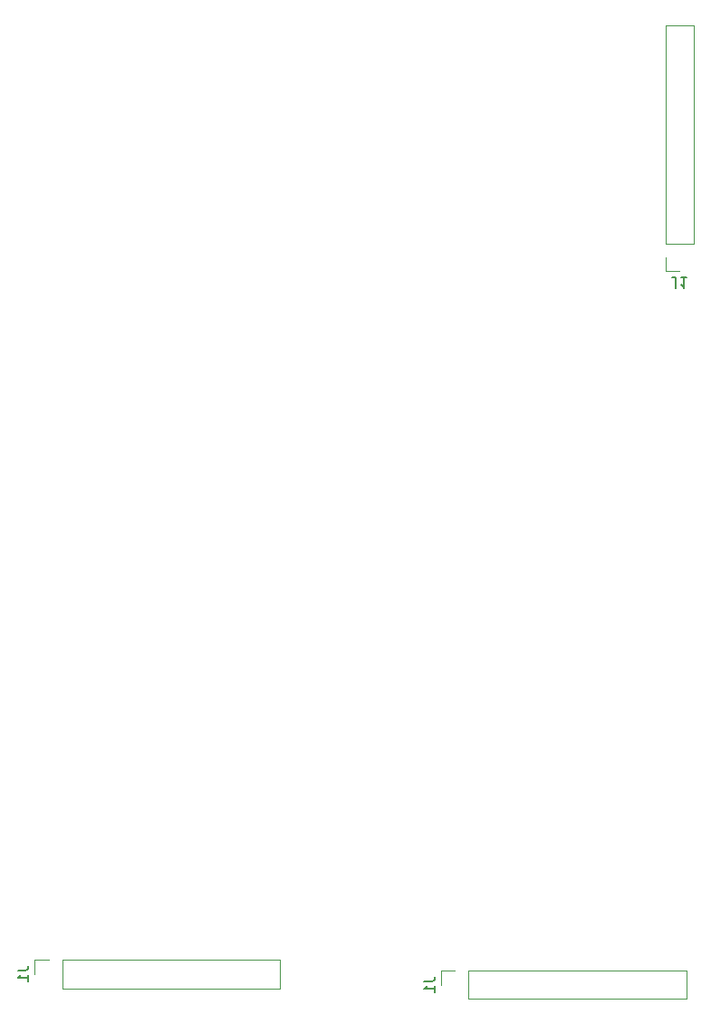
<source format=gbo>
%MOIN*%
%OFA0B0*%
%FSLAX46Y46*%
%IPPOS*%
%LPD*%
%ADD10C,0.0047244094488188976*%
%ADD11C,0.005905511811023622*%
%ADD22C,0.0047244094488188976*%
%ADD23C,0.005905511811023622*%
%ADD24C,0.0047244094488188976*%
%ADD25C,0.005905511811023622*%
G01*
D10*
X0001167322Y0000170472D02*
X0001167322Y0000065748D01*
X0000364960Y0000170472D02*
X0001167322Y0000170472D01*
X0000364960Y0000065748D02*
X0001167322Y0000065748D01*
X0000364960Y0000170472D02*
X0000364960Y0000065748D01*
X0000314960Y0000170472D02*
X0000262598Y0000170472D01*
X0000262598Y0000170472D02*
X0000262598Y0000118110D01*
D11*
X0000201668Y0000131233D02*
X0000229789Y0000131233D01*
X0000235414Y0000133108D01*
X0000239163Y0000136857D01*
X0000241038Y0000142482D01*
X0000241038Y0000146231D01*
X0000241038Y0000091863D02*
X0000241038Y0000114360D01*
X0000241038Y0000103112D02*
X0000201668Y0000103112D01*
X0000207292Y0000106861D01*
X0000211042Y0000110611D01*
X0000212917Y0000114360D01*
G04 next file*
G04 #@! TF.GenerationSoftware,KiCad,Pcbnew,(5.0.0)*
G04 #@! TF.CreationDate,2019-07-31T00:08:18+03:00*
G04 #@! TF.ProjectId,ST7789_V_FCP_Board,5354373738395F565F4643505F426F61,rev?*
G04 #@! TF.SameCoordinates,Original*
G04 #@! TF.FileFunction,Legend,Bot*
G04 #@! TF.FilePolarity,Positive*
G04 Gerber Fmt 4.6, Leading zero omitted, Abs format (unit mm)*
G04 Created by KiCad (PCBNEW (5.0.0)) date 07/31/19 00:08:18*
G01*
G04 APERTURE LIST*
G04 APERTURE END LIST*
D22*
G04 #@! TO.C,J1*
X0002663385Y0000131102D02*
X0002663385Y0000026377D01*
X0001861023Y0000131102D02*
X0002663385Y0000131102D01*
X0001861023Y0000026377D02*
X0002663385Y0000026377D01*
X0001861023Y0000131102D02*
X0001861023Y0000026377D01*
X0001811023Y0000131102D02*
X0001758661Y0000131102D01*
X0001758661Y0000131102D02*
X0001758661Y0000078740D01*
D23*
X0001697731Y0000091863D02*
X0001725852Y0000091863D01*
X0001731477Y0000093738D01*
X0001735226Y0000097487D01*
X0001737101Y0000103112D01*
X0001737101Y0000106861D01*
X0001737101Y0000052493D02*
X0001737101Y0000074990D01*
X0001737101Y0000063742D02*
X0001697731Y0000063742D01*
X0001703355Y0000067491D01*
X0001707105Y0000071241D01*
X0001708980Y0000074990D01*
G04 #@! TD*
G04 next file*
G04 #@! TF.GenerationSoftware,KiCad,Pcbnew,(5.0.0)*
G04 #@! TF.CreationDate,2019-07-31T00:08:18+03:00*
G04 #@! TF.ProjectId,ST7789_V_FCP_Board,5354373738395F565F4643505F426F61,rev?*
G04 #@! TF.SameCoordinates,Original*
G04 #@! TF.FileFunction,Legend,Bot*
G04 #@! TF.FilePolarity,Positive*
G04 Gerber Fmt 4.6, Leading zero omitted, Abs format (unit mm)*
G04 Created by KiCad (PCBNEW (5.0.0)) date 07/31/19 00:08:18*
G01*
G04 APERTURE LIST*
G04 APERTURE END LIST*
D24*
G04 #@! TO.C,J1*
X0002585433Y0003608267D02*
X0002690157Y0003608267D01*
X0002585433Y0002805905D02*
X0002585433Y0003608267D01*
X0002690157Y0002805905D02*
X0002690157Y0003608267D01*
X0002585433Y0002805905D02*
X0002690157Y0002805905D01*
X0002585433Y0002755905D02*
X0002585433Y0002703543D01*
X0002585433Y0002703543D02*
X0002637795Y0002703543D01*
D25*
X0002624671Y0002642613D02*
X0002624671Y0002670734D01*
X0002622797Y0002676359D01*
X0002619047Y0002680108D01*
X0002613423Y0002681983D01*
X0002609673Y0002681983D01*
X0002664041Y0002681983D02*
X0002641544Y0002681983D01*
X0002652793Y0002681983D02*
X0002652793Y0002642613D01*
X0002649043Y0002648237D01*
X0002645294Y0002651987D01*
X0002641544Y0002653862D01*
G04 #@! TD*
M02*
</source>
